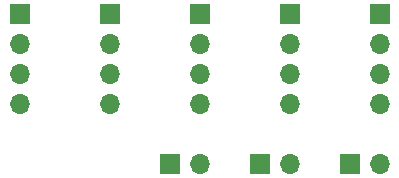
<source format=gtl>
G04 #@! TF.GenerationSoftware,KiCad,Pcbnew,5.0.2-bee76a0~70~ubuntu18.04.1*
G04 #@! TF.CreationDate,2019-03-31T17:31:53+02:00*
G04 #@! TF.ProjectId,SPIDaisy,544d4353-5049-4323-9636-302e6b696361,rev?*
G04 #@! TF.SameCoordinates,Original*
G04 #@! TF.FileFunction,Copper,L1,Top*
G04 #@! TF.FilePolarity,Positive*
%FSLAX46Y46*%
G04 Gerber Fmt 4.6, Leading zero omitted, Abs format (unit mm)*
G04 Created by KiCad (PCBNEW 5.0.2-bee76a0~70~ubuntu18.04.1) date 2019-03-31T17:31:53 CEST*
%MOMM*%
%LPD*%
G01*
G04 APERTURE LIST*
G04 #@! TA.AperFunction,ComponentPad*
%ADD10R,1.700000X1.700000*%
G04 #@! TD*
G04 #@! TA.AperFunction,ComponentPad*
%ADD11O,1.700000X1.700000*%
G04 #@! TD*
G04 APERTURE END LIST*
D10*
G04 #@! TO.P,J1,1*
G04 #@! TO.N,/CSn*
X99060000Y-91440000D03*
D11*
G04 #@! TO.P,J1,2*
G04 #@! TO.N,/SCK*
X99060000Y-93980000D03*
G04 #@! TO.P,J1,3*
G04 #@! TO.N,/SDI*
X99060000Y-96520000D03*
G04 #@! TO.P,J1,4*
G04 #@! TO.N,/SDO*
X99060000Y-99060000D03*
G04 #@! TD*
D10*
G04 #@! TO.P,J2,1*
G04 #@! TO.N,Net-(J2-Pad1)*
X111760000Y-104140000D03*
D11*
G04 #@! TO.P,J2,2*
G04 #@! TO.N,Net-(J2-Pad2)*
X114300000Y-104140000D03*
G04 #@! TD*
G04 #@! TO.P,J3,2*
G04 #@! TO.N,Net-(J3-Pad2)*
X121920000Y-104140000D03*
D10*
G04 #@! TO.P,J3,1*
G04 #@! TO.N,Net-(J2-Pad2)*
X119380000Y-104140000D03*
G04 #@! TD*
G04 #@! TO.P,J4,1*
G04 #@! TO.N,Net-(J3-Pad2)*
X127000000Y-104140000D03*
D11*
G04 #@! TO.P,J4,2*
G04 #@! TO.N,/SDO*
X129540000Y-104140000D03*
G04 #@! TD*
G04 #@! TO.P,P1,4*
G04 #@! TO.N,Net-(J2-Pad1)*
X106680000Y-99060000D03*
G04 #@! TO.P,P1,3*
G04 #@! TO.N,/SDI*
X106680000Y-96520000D03*
G04 #@! TO.P,P1,2*
G04 #@! TO.N,/SCK*
X106680000Y-93980000D03*
D10*
G04 #@! TO.P,P1,1*
G04 #@! TO.N,/CSn*
X106680000Y-91440000D03*
G04 #@! TD*
G04 #@! TO.P,P2,1*
G04 #@! TO.N,/CSn*
X114300000Y-91440000D03*
D11*
G04 #@! TO.P,P2,2*
G04 #@! TO.N,/SCK*
X114300000Y-93980000D03*
G04 #@! TO.P,P2,3*
G04 #@! TO.N,Net-(J2-Pad1)*
X114300000Y-96520000D03*
G04 #@! TO.P,P2,4*
G04 #@! TO.N,Net-(J2-Pad2)*
X114300000Y-99060000D03*
G04 #@! TD*
G04 #@! TO.P,P3,4*
G04 #@! TO.N,Net-(J3-Pad2)*
X121920000Y-99060000D03*
G04 #@! TO.P,P3,3*
G04 #@! TO.N,Net-(J2-Pad2)*
X121920000Y-96520000D03*
G04 #@! TO.P,P3,2*
G04 #@! TO.N,/SCK*
X121920000Y-93980000D03*
D10*
G04 #@! TO.P,P3,1*
G04 #@! TO.N,/CSn*
X121920000Y-91440000D03*
G04 #@! TD*
G04 #@! TO.P,P4,1*
G04 #@! TO.N,/CSn*
X129540000Y-91440000D03*
D11*
G04 #@! TO.P,P4,2*
G04 #@! TO.N,/SCK*
X129540000Y-93980000D03*
G04 #@! TO.P,P4,3*
G04 #@! TO.N,Net-(J3-Pad2)*
X129540000Y-96520000D03*
G04 #@! TO.P,P4,4*
G04 #@! TO.N,/SDO*
X129540000Y-99060000D03*
G04 #@! TD*
M02*

</source>
